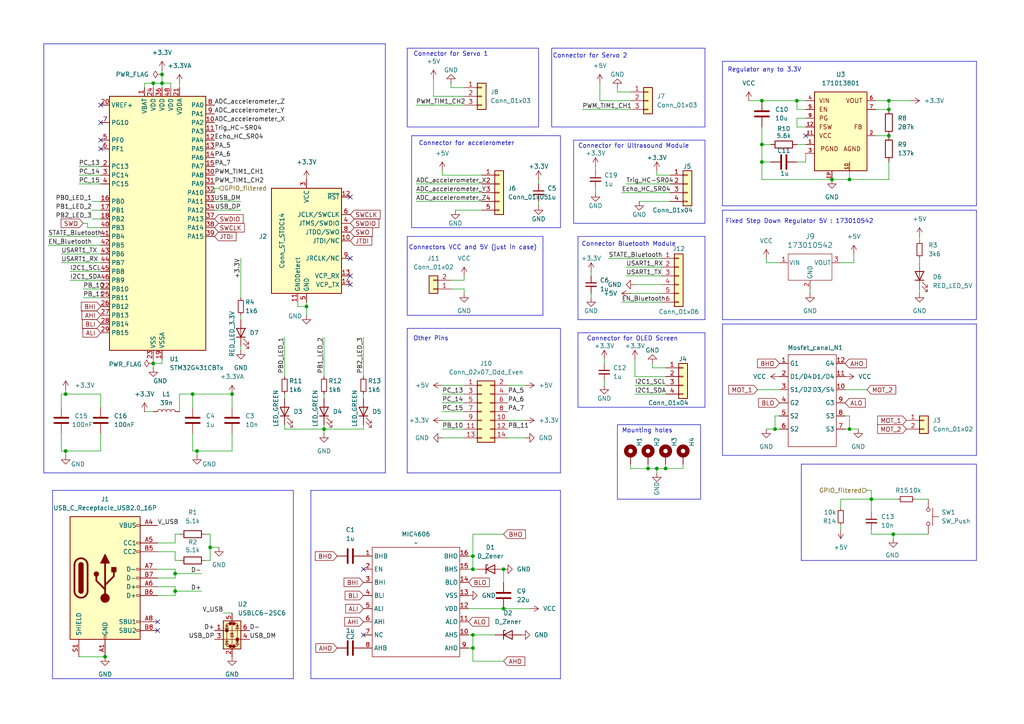
<source format=kicad_sch>
(kicad_sch (version 20231120) (generator "eeschema") (generator_version "8.0")
  (paper "A4")
  (junction (at 46.99 24.13))
  (junction (at 19.05 130.81))
  (junction (at 146.05 176.53))
  (junction (at 57.15 130.81))
  (junction (at 246.38 52.07))
  (junction (at 60.96 158.75))
  (junction (at 252.73 144.78))
  (junction (at 50.8 171.45))
  (junction (at 257.81 29.21))
  (junction (at 30.48 190.5))
  (junction (at 193.04 135.89))
  (junction (at 220.98 41.91))
  (junction (at 137.16 187.96))
  (junction (at 220.98 29.21))
  (junction (at 246.38 124.46))
  (junction (at 220.98 46.99))
  (junction (at 146.05 165.1))
  (junction (at 46.99 21.59))
  (junction (at 241.3 52.07))
  (junction (at 187.96 135.89))
  (junction (at 257.81 39.37))
  (junction (at 190.5 135.89))
  (junction (at 137.16 161.29))
  (junction (at 231.14 29.21))
  (junction (at 259.08 154.94))
  (junction (at 19.05 114.3))
  (junction (at 44.45 24.13))
  (junction (at 44.45 105.41))
  (junction (at 93.98 124.46))
  (junction (at 55.88 114.3))
  (junction (at 137.16 184.15))
  (junction (at 67.31 114.3))
  (junction (at 224.79 124.46))
  (junction (at 50.8 166.37))
  (junction (at 257.81 31.75))
  (junction (at 137.16 165.1))
  (junction (at 88.9 88.9))
  (no_connect (at 101.6 82.55))
  (no_connect (at 101.6 57.15))
  (no_connect (at 29.21 43.18))
  (no_connect (at 29.21 30.48))
  (no_connect (at 29.21 35.56))
  (no_connect (at 105.41 165.1))
  (no_connect (at 45.72 180.34))
  (no_connect (at 233.68 39.37))
  (no_connect (at 45.72 182.88))
  (no_connect (at 105.41 184.15))
  (no_connect (at 101.6 74.93))
  (no_connect (at 101.6 80.01))
  (no_connect (at 29.21 40.64))
  (wire (pts (xy 128.27 116.84) (xy 134.62 116.84)))
  (wire (pts (xy 251.46 142.24) (xy 252.73 142.24)))
  (wire (pts (xy 24.13 83.82) (xy 29.21 83.82)))
  (wire (pts (xy 93.98 114.3) (xy 93.98 115.57)))
  (polyline (pts (xy 118.11 127) (xy 118.11 137.16)))
  (wire (pts (xy 246.38 49.53) (xy 246.38 52.07)))
  (wire (pts (xy 69.85 100.33) (xy 69.85 101.6)))
  (wire (pts (xy 234.95 83.82) (xy 234.95 85.09)))
  (polyline (pts (xy 162.56 137.16) (xy 162.56 95.25)))
  (wire (pts (xy 59.69 154.94) (xy 60.96 154.94)))
  (wire (pts (xy 50.8 171.45) (xy 50.8 172.72)))
  (wire (pts (xy 247.65 73.66) (xy 247.65 76.2)))
  (wire (pts (xy 184.15 111.76) (xy 193.04 111.76)))
  (wire (pts (xy 233.68 36.83) (xy 231.14 36.83)))
  (polyline (pts (xy 167.64 68.58) (xy 167.64 91.44)))
  (polyline (pts (xy 283.21 134.62) (xy 283.21 162.56)))
  (polyline (pts (xy 12.7 137.16) (xy 111.76 137.16)))
  (wire (pts (xy 25.4 64.77) (xy 25.4 66.04)))
  (wire (pts (xy 17.78 76.2) (xy 29.21 76.2)))
  (wire (pts (xy 50.8 171.45) (xy 58.42 171.45)))
  (polyline (pts (xy 167.64 92.71) (xy 167.64 91.44)))
  (wire (pts (xy 222.25 124.46) (xy 224.79 124.46)))
  (wire (pts (xy 57.15 130.81) (xy 67.31 130.81)))
  (polyline (pts (xy 90.17 142.24) (xy 143.51 142.24)))
  (wire (pts (xy 243.84 153.67) (xy 243.84 152.4)))
  (wire (pts (xy 130.81 83.82) (xy 134.62 83.82)))
  (polyline (pts (xy 85.09 196.85) (xy 15.24 196.85)))
  (wire (pts (xy 182.88 134.62) (xy 182.88 135.89)))
  (polyline (pts (xy 283.21 17.78) (xy 283.21 59.69)))
  (polyline (pts (xy 204.47 90.17) (xy 204.47 92.71)))
  (wire (pts (xy 44.45 24.13) (xy 44.45 25.4)))
  (wire (pts (xy 224.79 124.46) (xy 226.06 124.46)))
  (wire (pts (xy 19.05 130.81) (xy 19.05 132.08)))
  (polyline (pts (xy 167.64 118.11) (xy 167.64 96.52)))
  (wire (pts (xy 52.07 114.3) (xy 55.88 114.3)))
  (polyline (pts (xy 15.24 196.85) (xy 15.24 142.24)))
  (wire (pts (xy 264.16 29.21) (xy 257.81 29.21)))
  (wire (pts (xy 231.14 46.99) (xy 233.68 46.99)))
  (wire (pts (xy 120.65 30.48) (xy 134.62 30.48)))
  (wire (pts (xy 55.88 130.81) (xy 57.15 130.81)))
  (wire (pts (xy 233.68 46.99) (xy 233.68 44.45)))
  (wire (pts (xy 62.23 60.96) (xy 69.85 60.96)))
  (polyline (pts (xy 204.47 96.52) (xy 204.47 118.11)))
  (wire (pts (xy 13.97 71.12) (xy 29.21 71.12)))
  (wire (pts (xy 265.43 144.78) (xy 269.24 144.78)))
  (wire (pts (xy 138.43 165.1) (xy 137.16 165.1)))
  (wire (pts (xy 190.5 49.53) (xy 190.5 50.8)))
  (wire (pts (xy 254 39.37) (xy 257.81 39.37)))
  (polyline (pts (xy 168.91 96.52) (xy 204.47 96.52)))
  (wire (pts (xy 266.7 68.58) (xy 266.7 69.85)))
  (wire (pts (xy 130.81 24.13) (xy 130.81 25.4)))
  (wire (pts (xy 189.23 105.41) (xy 189.23 106.68)))
  (wire (pts (xy 60.96 158.75) (xy 60.96 162.56)))
  (wire (pts (xy 64.77 177.8) (xy 67.31 177.8)))
  (wire (pts (xy 176.53 74.93) (xy 191.77 74.93)))
  (wire (pts (xy 69.85 74.93) (xy 69.85 86.36)))
  (wire (pts (xy 220.98 46.99) (xy 220.98 52.07)))
  (wire (pts (xy 17.78 130.81) (xy 19.05 130.81)))
  (wire (pts (xy 220.98 41.91) (xy 220.98 46.99)))
  (wire (pts (xy 254 31.75) (xy 257.81 31.75)))
  (wire (pts (xy 173.99 24.13) (xy 173.99 29.21)))
  (wire (pts (xy 134.62 83.82) (xy 134.62 85.09)))
  (wire (pts (xy 50.8 154.94) (xy 52.07 154.94)))
  (wire (pts (xy 125.73 27.94) (xy 134.62 27.94)))
  (wire (pts (xy 55.88 114.3) (xy 67.31 114.3)))
  (wire (pts (xy 243.84 147.32) (xy 243.84 144.78)))
  (wire (pts (xy 45.72 157.48) (xy 50.8 157.48)))
  (wire (pts (xy 88.9 91.44) (xy 88.9 88.9)))
  (polyline (pts (xy 119.38 39.37) (xy 119.38 66.04)))
  (wire (pts (xy 259.08 154.94) (xy 259.08 156.21)))
  (polyline (pts (xy 119.38 39.37) (xy 119.38 39.37)))
  (wire (pts (xy 135.89 184.15) (xy 137.16 184.15)))
  (wire (pts (xy 19.05 130.81) (xy 29.21 130.81)))
  (wire (pts (xy 220.98 41.91) (xy 223.52 41.91)))
  (wire (pts (xy 137.16 187.96) (xy 135.89 187.96)))
  (wire (pts (xy 128.27 114.3) (xy 134.62 114.3)))
  (wire (pts (xy 125.73 22.86) (xy 125.73 27.94)))
  (polyline (pts (xy 90.17 196.85) (xy 90.17 142.24)))
  (polyline (pts (xy 162.56 39.37) (xy 162.56 66.04)))
  (polyline (pts (xy 232.41 134.62) (xy 283.21 134.62)))
  (wire (pts (xy 171.45 85.09) (xy 171.45 86.36)))
  (wire (pts (xy 175.26 110.49) (xy 175.26 111.76)))
  (wire (pts (xy 132.08 60.96) (xy 139.7 60.96)))
  (wire (pts (xy 26.67 63.5) (xy 29.21 63.5)))
  (wire (pts (xy 128.27 119.38) (xy 134.62 119.38)))
  (polyline (pts (xy 162.56 95.25) (xy 160.02 95.25)))
  (polyline (pts (xy 283.21 93.98) (xy 283.21 96.52)))
  (wire (pts (xy 180.34 87.63) (xy 191.77 87.63)))
  (wire (pts (xy 120.65 58.42) (xy 139.7 58.42)))
  (polyline (pts (xy 204.47 118.11) (xy 167.64 118.11)))
  (wire (pts (xy 46.99 21.59) (xy 46.99 24.13)))
  (wire (pts (xy 49.53 25.4) (xy 49.53 24.13)))
  (polyline (pts (xy 204.47 68.58) (xy 204.47 90.17)))
  (wire (pts (xy 168.91 31.75) (xy 182.88 31.75)))
  (polyline (pts (xy 119.38 39.37) (xy 162.56 39.37)))
  (wire (pts (xy 60.96 154.94) (xy 60.96 158.75)))
  (wire (pts (xy 29.21 118.11) (xy 29.21 114.3)))
  (polyline (pts (xy 245.11 93.98) (xy 283.21 93.98)))
  (wire (pts (xy 220.98 36.83) (xy 220.98 41.91)))
  (wire (pts (xy 257.81 31.75) (xy 257.81 29.21)))
  (wire (pts (xy 181.61 53.34) (xy 194.31 53.34)))
  (wire (pts (xy 46.99 20.32) (xy 46.99 21.59)))
  (wire (pts (xy 67.31 118.11) (xy 67.31 114.3)))
  (polyline (pts (xy 162.56 142.24) (xy 162.56 196.85)))
  (wire (pts (xy 182.88 85.09) (xy 191.77 85.09)))
  (polyline (pts (xy 209.55 96.52) (xy 209.55 132.08)))
  (wire (pts (xy 231.14 41.91) (xy 233.68 41.91)))
  (wire (pts (xy 88.9 88.9) (xy 86.36 88.9)))
  (wire (pts (xy 46.99 24.13) (xy 49.53 24.13)))
  (wire (pts (xy 257.81 52.07) (xy 246.38 52.07)))
  (wire (pts (xy 17.78 118.11) (xy 17.78 114.3)))
  (polyline (pts (xy 283.21 96.52) (xy 283.21 132.08)))
  (wire (pts (xy 22.86 190.5) (xy 30.48 190.5)))
  (polyline (pts (xy 167.64 68.58) (xy 204.47 68.58)))
  (wire (pts (xy 245.11 113.03) (xy 251.46 113.03)))
  (wire (pts (xy 22.86 53.34) (xy 29.21 53.34)))
  (wire (pts (xy 105.41 123.19) (xy 105.41 124.46)))
  (polyline (pts (xy 209.55 17.78) (xy 283.21 17.78)))
  (wire (pts (xy 259.08 154.94) (xy 269.24 154.94)))
  (wire (pts (xy 88.9 87.63) (xy 88.9 88.9)))
  (wire (pts (xy 219.71 113.03) (xy 226.06 113.03)))
  (polyline (pts (xy 167.64 96.52) (xy 170.18 96.52)))
  (wire (pts (xy 93.98 97.79) (xy 93.98 109.22)))
  (wire (pts (xy 137.16 161.29) (xy 137.16 165.1)))
  (wire (pts (xy 222.25 76.2) (xy 226.06 76.2)))
  (wire (pts (xy 13.97 68.58) (xy 29.21 68.58)))
  (wire (pts (xy 62.23 54.61) (xy 63.5 54.61)))
  (wire (pts (xy 130.81 25.4) (xy 134.62 25.4)))
  (wire (pts (xy 184.15 109.22) (xy 193.04 109.22)))
  (polyline (pts (xy 283.21 92.71) (xy 209.55 92.71)))
  (polyline (pts (xy 283.21 132.08) (xy 283.21 132.08)))
  (wire (pts (xy 128.27 111.76) (xy 134.62 111.76)))
  (wire (pts (xy 184.15 114.3) (xy 193.04 114.3)))
  (wire (pts (xy 135.89 176.53) (xy 146.05 176.53)))
  (wire (pts (xy 231.14 34.29) (xy 233.68 34.29)))
  (wire (pts (xy 46.99 104.14) (xy 46.99 105.41)))
  (wire (pts (xy 220.98 52.07) (xy 241.3 52.07)))
  (wire (pts (xy 220.98 46.99) (xy 223.52 46.99)))
  (wire (pts (xy 67.31 125.73) (xy 67.31 130.81)))
  (wire (pts (xy 246.38 124.46) (xy 248.92 124.46)))
  (wire (pts (xy 137.16 154.94) (xy 137.16 161.29)))
  (wire (pts (xy 20.32 81.28) (xy 29.21 81.28)))
  (wire (pts (xy 29.21 125.73) (xy 29.21 130.81)))
  (polyline (pts (xy 118.11 127) (xy 118.11 95.25)))
  (wire (pts (xy 44.45 106.68) (xy 44.45 105.41)))
  (wire (pts (xy 105.41 114.3) (xy 105.41 115.57)))
  (wire (pts (xy 246.38 52.07) (xy 241.3 52.07)))
  (wire (pts (xy 137.16 161.29) (xy 135.89 161.29)))
  (wire (pts (xy 24.13 64.77) (xy 25.4 64.77)))
  (wire (pts (xy 93.98 124.46) (xy 93.98 125.73)))
  (wire (pts (xy 222.25 74.93) (xy 222.25 76.2)))
  (polyline (pts (xy 118.11 95.25) (xy 160.02 95.25)))
  (wire (pts (xy 187.96 135.89) (xy 190.5 135.89)))
  (wire (pts (xy 187.96 134.62) (xy 187.96 135.89)))
  (wire (pts (xy 45.72 170.18) (xy 50.8 170.18)))
  (wire (pts (xy 247.65 76.2) (xy 243.84 76.2)))
  (wire (pts (xy 189.23 106.68) (xy 193.04 106.68)))
  (wire (pts (xy 59.69 162.56) (xy 60.96 162.56)))
  (wire (pts (xy 50.8 166.37) (xy 50.8 167.64)))
  (polyline (pts (xy 12.7 137.16) (xy 12.7 12.7)))
  (wire (pts (xy 82.55 97.79) (xy 82.55 109.22)))
  (wire (pts (xy 245.11 120.65) (xy 246.38 120.65)))
  (wire (pts (xy 41.91 24.13) (xy 44.45 24.13)))
  (wire (pts (xy 152.4 121.92) (xy 147.32 121.92)))
  (wire (pts (xy 29.21 60.96) (xy 26.67 60.96)))
  (wire (pts (xy 24.13 86.36) (xy 29.21 86.36)))
  (wire (pts (xy 173.99 29.21) (xy 182.88 29.21)))
  (wire (pts (xy 266.7 74.93) (xy 266.7 76.2)))
  (wire (pts (xy 152.4 127) (xy 147.32 127)))
  (wire (pts (xy 50.8 170.18) (xy 50.8 171.45)))
  (wire (pts (xy 128.27 124.46) (xy 134.62 124.46)))
  (wire (pts (xy 146.05 191.77) (xy 137.16 191.77)))
  (wire (pts (xy 52.07 24.13) (xy 52.07 25.4)))
  (wire (pts (xy 231.14 36.83) (xy 231.14 34.29)))
  (wire (pts (xy 17.78 73.66) (xy 29.21 73.66)))
  (wire (pts (xy 19.05 114.3) (xy 29.21 114.3)))
  (polyline (pts (xy 283.21 59.69) (xy 209.55 59.69)))
  (polyline (pts (xy 118.11 68.58) (xy 157.48 68.58)))
  (wire (pts (xy 128.27 121.92) (xy 134.62 121.92)))
  (wire (pts (xy 134.62 81.28) (xy 130.81 81.28)))
  (wire (pts (xy 82.55 114.3) (xy 82.55 115.57)))
  (wire (pts (xy 184.15 104.14) (xy 184.15 109.22)))
  (wire (pts (xy 171.45 78.74) (xy 171.45 80.01)))
  (polyline (pts (xy 162.56 196.85) (xy 90.17 196.85)))
  (wire (pts (xy 172.72 54.61) (xy 172.72 55.88)))
  (wire (pts (xy 137.16 191.77) (xy 137.16 187.96)))
  (wire (pts (xy 20.32 78.74) (xy 29.21 78.74)))
  (wire (pts (xy 243.84 144.78) (xy 252.73 144.78)))
  (wire (pts (xy 55.88 118.11) (xy 55.88 114.3)))
  (wire (pts (xy 41.91 119.38) (xy 44.45 119.38)))
  (polyline (pts (xy 209.55 93.98) (xy 209.55 96.52)))
  (wire (pts (xy 19.05 114.3) (xy 19.05 113.03)))
  (wire (pts (xy 180.34 55.88) (xy 194.31 55.88)))
  (wire (pts (xy 185.42 58.42) (xy 194.31 58.42)))
  (wire (pts (xy 45.72 165.1) (xy 50.8 165.1)))
  (wire (pts (xy 252.73 148.59) (xy 252.73 144.78)))
  (wire (pts (xy 231.14 29.21) (xy 231.14 31.75)))
  (polyline (pts (xy 85.09 142.24) (xy 85.09 196.85)))
  (wire (pts (xy 257.81 46.99) (xy 257.81 52.07)))
  (wire (pts (xy 17.78 114.3) (xy 19.05 114.3)))
  (wire (pts (xy 62.23 58.42) (xy 69.85 58.42)))
  (polyline (pts (xy 232.41 134.62) (xy 232.41 162.56)))
  (polyline (pts (xy 111.76 12.7) (xy 111.76 137.16)))
  (wire (pts (xy 44.45 104.14) (xy 44.45 105.41)))
  (wire (pts (xy 62.23 54.61) (xy 62.23 55.88)))
  (wire (pts (xy 146.05 165.1) (xy 146.05 168.91)))
  (wire (pts (xy 69.85 91.44) (xy 69.85 92.71)))
  (polyline (pts (xy 283.21 60.96) (xy 283.21 92.71)))
  (wire (pts (xy 128.27 127) (xy 134.62 127)))
  (polyline (pts (xy 283.21 162.56) (xy 232.41 162.56)))
  (wire (pts (xy 46.99 24.13) (xy 46.99 25.4)))
  (wire (pts (xy 259.08 154.94) (xy 252.73 154.94)))
  (polyline (pts (xy 209.55 60.96) (xy 283.21 60.96)))
  (wire (pts (xy 181.61 80.01) (xy 191.77 80.01)))
  (wire (pts (xy 156.21 52.07) (xy 156.21 53.34)))
  (wire (pts (xy 45.72 160.02) (xy 50.8 160.02)))
  (wire (pts (xy 137.16 184.15) (xy 137.16 187.96)))
  (wire (pts (xy 82.55 124.46) (xy 93.98 124.46)))
  (wire (pts (xy 137.16 165.1) (xy 135.89 165.1)))
  (wire (pts (xy 246.38 120.65) (xy 246.38 124.46)))
  (wire (pts (xy 224.79 120.65) (xy 224.79 124.46)))
  (wire (pts (xy 181.61 77.47) (xy 191.77 77.47)))
  (wire (pts (xy 220.98 29.21) (xy 231.14 29.21)))
  (polyline (pts (xy 118.11 68.58) (xy 118.11 91.44)))
  (wire (pts (xy 184.15 82.55) (xy 191.77 82.55)))
  (wire (pts (xy 50.8 167.64) (xy 45.72 167.64)))
  (wire (pts (xy 156.21 58.42) (xy 156.21 59.69)))
  (wire (pts (xy 128.27 50.8) (xy 139.7 50.8)))
  (wire (pts (xy 190.5 135.89) (xy 190.5 137.16)))
  (wire (pts (xy 52.07 119.38) (xy 52.07 114.3)))
  (wire (pts (xy 50.8 160.02) (xy 50.8 162.56)))
  (polyline (pts (xy 162.56 66.04) (xy 119.38 66.04)))
  (wire (pts (xy 198.12 135.89) (xy 193.04 135.89)))
  (wire (pts (xy 146.05 176.53) (xy 153.67 176.53)))
  (wire (pts (xy 50.8 157.48) (xy 50.8 154.94)))
  (polyline (pts (xy 157.48 68.58) (xy 157.48 91.44)))
  (wire (pts (xy 172.72 48.26) (xy 172.72 49.53)))
  (wire (pts (xy 252.73 142.24) (xy 252.73 144.78)))
  (wire (pts (xy 120.65 53.34) (xy 139.7 53.34)))
  (wire (pts (xy 175.26 104.14) (xy 175.26 105.41)))
  (wire (pts (xy 29.21 58.42) (xy 26.67 58.42)))
  (polyline (pts (xy 12.7 12.7) (xy 111.76 12.7)))
  (wire (pts (xy 245.11 124.46) (xy 246.38 124.46)))
  (wire (pts (xy 146.05 154.94) (xy 137.16 154.94)))
  (wire (pts (xy 17.78 125.73) (xy 17.78 130.81)))
  (wire (pts (xy 82.55 123.19) (xy 82.55 124.46)))
  (wire (pts (xy 120.65 55.88) (xy 139.7 55.88)))
  (wire (pts (xy 190.5 135.89) (xy 193.04 135.89)))
  (polyline (pts (xy 245.11 93.98) (xy 209.55 93.98)))
  (wire (pts (xy 50.8 165.1) (xy 50.8 166.37)))
  (polyline (pts (xy 143.51 142.24) (xy 162.56 142.24)))
  (polyline (pts (xy 209.55 17.78) (xy 209.55 59.69)))
  (wire (pts (xy 182.88 135.89) (xy 187.96 135.89)))
  (wire (pts (xy 105.41 97.79) (xy 105.41 109.22)))
  (wire (pts (xy 252.73 154.94) (xy 252.73 153.67)))
  (polyline (pts (xy 118.11 137.16) (xy 162.56 137.16)))
  (wire (pts (xy 60.96 158.75) (xy 63.5 158.75)))
  (wire (pts (xy 55.88 125.73) (xy 55.88 130.81)))
  (wire (pts (xy 22.86 48.26) (xy 29.21 48.26)))
  (wire (pts (xy 50.8 172.72) (xy 45.72 172.72)))
  (wire (pts (xy 128.27 49.53) (xy 128.27 50.8)))
  (wire (pts (xy 93.98 123.19) (xy 93.98 124.46)))
  (wire (pts (xy 57.15 130.81) (xy 57.15 132.08)))
  (wire (pts (xy 190.5 50.8) (xy 194.31 50.8)))
  (polyline (pts (xy 204.47 92.71) (xy 167.64 92.71)))
  (wire (pts (xy 50.8 162.56) (xy 52.07 162.56)))
  (wire (pts (xy 266.7 85.09) (xy 266.7 83.82)))
  (wire (pts (xy 231.14 29.21) (xy 233.68 29.21)))
  (wire (pts (xy 93.98 124.46) (xy 105.41 124.46)))
  (wire (pts (xy 44.45 24.13) (xy 46.99 24.13)))
  (wire (pts (xy 44.45 105.41) (xy 46.99 105.41)))
  (wire (pts (xy 152.4 111.76) (xy 147.32 111.76)))
  (wire (pts (xy 50.8 166.37) (xy 58.42 166.37)))
  (wire (pts (xy 22.86 50.8) (xy 29.21 50.8)))
  (wire (pts (xy 179.07 26.67) (xy 182.88 26.67)))
  (wire (pts (xy 179.07 25.4) (xy 179.07 26.67)))
  (wire (pts (xy 198.12 135.89) (xy 198.12 134.62)))
  (polyline (pts (xy 209.55 132.08) (xy 283.21 132.08)))
  (wire (pts (xy 143.51 184.15) (xy 137.16 184.15)))
  (wire (pts (xy 25.4 66.04) (xy 29.21 66.04)))
  (wire (pts (xy 217.17 29.21) (xy 220.98 29.21)))
  (wire (pts (xy 257.81 29.21) (xy 254 29.21)))
  (wire (pts (xy 226.06 120.65) (xy 224.79 120.65)))
  (polyline (pts (xy 15.24 142.24) (xy 85.09 142.24)))
  (polyline (pts (xy 157.48 91.44) (xy 118.11 91.44)))
  (wire (pts (xy 231.14 31.75) (xy 233.68 31.75)))
  (polyline (pts (xy 209.55 60.96) (xy 209.55 92.71)))
  (wire (pts (xy 252.73 144.78) (xy 260.35 144.78)))
  (wire (pts (xy 41.91 24.13) (xy 41.91 25.4)))
  (wire (pts (xy 193.04 134.62) (xy 193.04 135.89)))
  (wire (pts (xy 134.62 80.01) (xy 134.62 81.28)))
  (wire (pts (xy 86.36 88.9) (xy 86.36 87.63)))
  (rectangle (start 179.07 123.19) (end 203.2 144.78))
  (rectangle (start 160.02 13.97) (end 204.47 36.83))
  (rectangle (start 166.37 40.64) (end 204.47 64.77))
  (rectangle (start 118.11 13.97) (end 156.21 36.83))
  (text "Fixed Step Down Regulator 5V : 173010542" (at 231.902 64.262 0) (effects (font (size 1.27 1.27))))
  (text "Regulator any to 3.3V" (at 221.742 20.32 0) (effects (font (size 1.27 1.27))))
  (text "Mounting holes" (at 180.34 125.73 0) (effects (font (size 1.27 1.27)) (justify left bottom)))
  (text "Connector for OLED Screen" (at 170.18 99.06 0) (effects (font (size 1.27 1.27)) (justify left bottom)))
  (text "Other Pins\n\n" (at 124.968 99.314 0) (effects (font (size 1.27 1.27))))
  (text "Connector Bluetooth Module" (at 168.656 71.628 0) (effects (font (size 1.27 1.27)) (justify left bottom)))
  (text "Connector for Servo 2\n" (at 160.274 17.018 0) (effects (font (size 1.27 1.27)) (justify left bottom)))
  (text "Connectors VCC and 5V (just in case)" (at 137.16 71.882 0) (effects (font (size 1.27 1.27))))
  (text "Connector for Ultrasound Module" (at 167.64 43.18 0) (effects (font (size 1.27 1.27)) (justify left bottom)))
  (text "Connector for Servo 1\n" (at 119.888 16.51 0) (effects (font (size 1.27 1.27)) (justify left bottom)))
  (text "Connector for accelerometer\n\n" (at 121.412 44.45 0) (effects (font (size 1.27 1.27)) (justify left bottom)))
  (label "PB_10" (at 128.27 124.46 0))
  (label "PB0_LED_1" (at 82.55 97.79 270))
  (label "EN_Bluetooth" (at 180.34 87.63 0))
  (label "PA_5" (at 62.23 43.18 0))
  (label "D+" (at 62.23 182.88 180))
  (label "Trig_HC-SR04" (at 181.61 53.34 0))
  (label "I2C1_SDA" (at 184.15 114.3 0))
  (label "PA_7" (at 62.23 48.26 0))
  (label "STATE_Bluetooth" (at 176.53 74.93 0))
  (label "PC_15" (at 22.86 53.34 0))
  (label "USB_DP" (at 62.23 185.42 180))
  (label "PC_13" (at 128.27 114.3 0))
  (label "PB2_LED_3" (at 105.41 97.79 270))
  (label "D-" (at 72.39 182.88 0))
  (label "Trig_HC-SR04" (at 62.23 38.1 0))
  (label "PC_15" (at 128.27 119.38 0))
  (label "PC_14" (at 22.86 50.8 0))
  (label "Echo_HC_SR04" (at 180.34 55.88 0))
  (label "USART1_RX" (at 17.78 76.2 0))
  (label "USART1_TX" (at 181.61 80.01 0))
  (label "PA_6" (at 147.32 116.84 0))
  (label "I2C1_SCL" (at 20.32 78.74 0))
  (label "PWM_TIM1_CH2" (at 120.65 30.48 0))
  (label "PA_6" (at 62.23 45.72 0))
  (label "ADC_accelerometer_Y" (at 120.65 55.88 0))
  (label "D+" (at 58.42 171.45 180))
  (label "PC_13" (at 22.86 48.26 0))
  (label "ADC_accelerometer_Z" (at 120.65 58.42 0))
  (label "D-" (at 58.42 166.37 180))
  (label "USB_DM" (at 69.85 58.42 180))
  (label "ADC_accelerometer_Y" (at 62.23 33.02 0))
  (label "ADC_accelerometer_X" (at 120.65 53.34 0))
  (label "V_USB" (at 64.77 177.8 180))
  (label "EN_Bluetooth" (at 13.97 71.12 0))
  (label "PWM_TIM1_CH1" (at 168.91 31.75 0))
  (label "PB_11" (at 147.32 124.46 0))
  (label "PB_11" (at 24.13 86.36 0))
  (label "PB1_LED_2" (at 93.98 97.79 270))
  (label "PWM_TIM1_CH2" (at 62.23 53.34 0))
  (label "PWM_TIM1_CH1" (at 62.23 50.8 0))
  (label "STATE_Bluetooth" (at 13.97 68.58 0))
  (label "PB_10" (at 24.13 83.82 0))
  (label "V_USB" (at 45.72 152.4 0))
  (label "PA_7" (at 147.32 119.38 0))
  (label "I2C1_SCL" (at 184.15 111.76 0))
  (label "USB_DM" (at 72.39 185.42 0))
  (label "I2C1_SDA" (at 20.32 81.28 0))
  (label "+3.3V" (at 69.85 74.93 270))
  (label "ADC_accelerometer_Z" (at 62.23 30.48 0))
  (label "USART1_TX" (at 17.78 73.66 0))
  (label "PB0_LED_1" (at 26.67 58.42 180))
  (label "PA_5" (at 147.32 114.3 0))
  (label "USART1_RX" (at 181.61 77.47 0))
  (label "PC_14" (at 128.27 116.84 0))
  (label "ADC_accelerometer_X" (at 62.23 35.56 0))
  (label "USB_DP" (at 69.85 60.96 180))
  (label "PB2_LED_3" (at 26.67 63.5 180))
  (label "PB1_LED_2" (at 26.67 60.96 180))
  (label "Echo_HC_SR04" (at 62.23 40.64 0))
  (global_label "BLO" (shape input) (at 226.06 116.84 180) (property "Intersheetrefs" "${INTERSHEET_REFS}" (effects (hide yes))))
  (global_label "BHO" (shape input) (at 97.79 161.29 180) (property "Intersheetrefs" "${INTERSHEET_REFS}" (effects (hide yes))))
  (global_label "MOT_2" (shape input) (at 251.46 113.03 0) (property "Intersheetrefs" "${INTERSHEET_REFS}" (effects (hide yes))))
  (global_label "SWCLK" (shape input) (at 101.6 62.23 0) (property "Intersheetrefs" "${INTERSHEET_REFS}" (effects (hide yes))))
  (global_label "SWO" (shape input) (at 101.6 67.31 0) (property "Intersheetrefs" "${INTERSHEET_REFS}" (effects (hide yes))))
  (global_label "SWO" (shape input) (at 24.13 64.77 180) (property "Intersheetrefs" "${INTERSHEET_REFS}" (effects (hide yes))))
  (global_label "AHI" (shape input) (at 105.41 180.34 180) (property "Intersheetrefs" "${INTERSHEET_REFS}" (effects (hide yes))))
  (global_label "ALI" (shape input) (at 29.21 96.52 180) (property "Intersheetrefs" "${INTERSHEET_REFS}" (effects (hide yes))))
  (global_label "AHO" (shape input) (at 97.79 187.96 180) (property "Intersheetrefs" "${INTERSHEET_REFS}" (effects (hide yes))))
  (global_label "MOT_2" (shape input) (at 262.89 124.46 180) (property "Intersheetrefs" "${INTERSHEET_REFS}" (effects (hide yes))))
  (global_label "AHO" (shape input) (at 245.11 105.41 0) (property "Intersheetrefs" "${INTERSHEET_REFS}" (effects (hide yes))))
  (global_label "ALO" (shape input) (at 245.11 116.84 0) (property "Intersheetrefs" "${INTERSHEET_REFS}" (effects (hide yes))))
  (global_label "BLI" (shape input) (at 29.21 93.98 180) (property "Intersheetrefs" "${INTERSHEET_REFS}" (effects (hide yes))))
  (global_label "ALI" (shape input) (at 105.41 176.53 180) (property "Intersheetrefs" "${INTERSHEET_REFS}" (effects (hide yes))))
  (global_label "BLO" (shape input) (at 135.89 168.91 0) (property "Intersheetrefs" "${INTERSHEET_REFS}" (effects (hide yes))))
  (global_label "BHO" (shape input) (at 226.06 105.41 180) (property "Intersheetrefs" "${INTERSHEET_REFS}" (effects (hide yes))))
  (global_label "SWCLK" (shape input) (at 62.23 66.04 0) (property "Intersheetrefs" "${INTERSHEET_REFS}" (effects (hide yes))))
  (global_label "JTDI" (shape input) (at 101.6 69.85 0) (property "Intersheetrefs" "${INTERSHEET_REFS}" (effects (hide yes))))
  (global_label "AHI" (shape input) (at 29.21 91.44 180) (property "Intersheetrefs" "${INTERSHEET_REFS}" (effects (hide yes))))
  (global_label "AHO" (shape input) (at 146.05 191.77 0) (property "Intersheetrefs" "${INTERSHEET_REFS}" (effects (hide yes))))
  (global_label "BHO" (shape input) (at 146.05 154.94 0) (property "Intersheetrefs" "${INTERSHEET_REFS}" (effects (hide yes))))
  (global_label "MOT_1" (shape input) (at 219.71 113.03 180) (property "Intersheetrefs" "${INTERSHEET_REFS}" (effects (hide yes))))
  (global_label "BHI" (shape input) (at 29.21 88.9 180) (property "Intersheetrefs" "${INTERSHEET_REFS}" (effects (hide yes))))
  (global_label "BHI" (shape input) (at 105.41 168.91 180) (property "Intersheetrefs" "${INTERSHEET_REFS}" (effects (hide yes))))
  (global_label "MOT_1" (shape input) (at 262.89 121.92 180) (property "Intersheetrefs" "${INTERSHEET_REFS}" (effects (hide yes))))
  (global_label "BLI" (shape input) (at 105.41 172.72 180) (property "Intersheetrefs" "${INTERSHEET_REFS}" (effects (hide yes))))
  (global_label "SWDIO" (shape input) (at 101.6 64.77 0) (property "Intersheetrefs" "${INTERSHEET_REFS}" (effects (hide yes))))
  (global_label "ALO" (shape input) (at 135.89 180.34 0) (property "Intersheetrefs" "${INTERSHEET_REFS}" (effects (hide yes))))
  (global_label "SWDIO" (shape input) (at 62.23 63.5 0) (property "Intersheetrefs" "${INTERSHEET_REFS}" (effects (hide yes))))
  (global_label "JTDI" (shape input) (at 62.23 68.58 0) (property "Intersheetrefs" "${INTERSHEET_REFS}" (effects (hide yes))))
  (hierarchical_label "GPIO_filtered" (shape input) (at 63.5 54.61 0))
  (hierarchical_label "GPIO_filtered" (shape input) (at 251.46 142.24 180))
  (symbol (lib_id "Connector_Generic:Conn_01x05") (at 144.78 55.88 0) (unit 1)
    (property "Reference" "J6" (at 147.32 54.6099 0) (effects (justify left)))
    (property "Value" "Conn_01x05" (at 147.32 57.1499 0) (effects (justify left)))
    (property "Footprint" "Connector_JST:JST_XH_B5B-XH-A_1x05_P2.50mm_Vertical" (effects (hide yes)))
    (property "Description" "Generic connector, single row, 01x05, script generated (kicad-library-utils/schlib/autogen/connector/)" (effects (hide yes)))
  )
  (symbol (lib_id "power:GND") (at 172.72 55.88 0) (unit 1)
    (property "Reference" "#PWR030" (effects (hide yes)))
    (property "Value" "GND" (at 172.72 59.69 0))
  )
  (symbol (lib_id "Connector_Generic:Conn_01x04") (at 199.39 53.34 0) (unit 1)
    (property "Reference" "J5" (at 198.12 48.26 0) (effects (justify left)))
    (property "Value" "Conn_01x04" (at 189.23 60.96 0) (effects (justify left)))
    (property "Footprint" "Connector_JST:JST_XH_B4B-XH-A_1x04_P2.50mm_Vertical" (effects (hide yes)))
  )
  (symbol (lib_id "173010542_5V_Buck:173010542") (at 234.95 77.47 0) (unit 1)
    (property "Reference" "J9" (at 234.95 68.58 0) (effects (font (size 1.524 1.524))))
    (property "Value" "173010542" (at 234.95 71.12 0) (effects (font (size 1.524 1.524))))
    (property "Footprint" "Library_MAKER:173013542" (effects (hide yes)))
    (property "Datasheet" "https://www.we-online.com/components/products/datasheet/173010542.pdf" (effects (hide yes)))
    (property "MPN" "173010542" (effects (hide yes)))
  )
  (symbol (lib_id "power:+3.3V") (at 264.16 29.21 270) (unit 1)
    (property "Reference" "#PWR023" (effects (hide yes)))
    (property "Value" "+3.3V" (at 267.97 29.2099 90) (effects (justify left)))
    (property "Description" "Power symbol creates a global label with name \"+3.3V\"" (effects (hide yes)))
  )
  (symbol (lib_id "power:VCC") (at 245.11 109.22 270) (unit 1)
    (property "Reference" "#PWR049" (effects (hide yes)))
    (property "Value" "VCC" (at 248.92 109.2199 90) (effects (justify left)))
    (property "Description" "Power symbol creates a global label with name \"VCC\"" (effects (hide yes)))
  )
  (symbol (lib_id "power:GND") (at 184.15 82.55 270) (unit 1)
    (property "Reference" "#PWR051" (effects (hide yes)))
    (property "Value" "GND" (at 180.34 82.5499 90) (effects (justify right)))
    (property "Description" "Power symbol creates a global label with name \"GND\" , ground" (effects (hide yes)))
  )
  (symbol (lib_id "power:GND") (at 171.45 86.36 0) (unit 1)
    (property "Reference" "#PWR062" (effects (hide yes)))
    (property "Value" "GND" (at 171.45 90.17 0))
  )
  (symbol (lib_id "Device:C") (at 101.6 187.96 90) (unit 1)
    (property "Reference" "C2" (at 101.6 184.658 90))
    (property "Value" "1u" (at 101.6 182.88 90))
    (property "Footprint" "Capacitor_SMD:C_0402_1005Metric_Pad0.74x0.62mm_HandSolder" (effects (hide yes)))
    (property "Description" "Unpolarized capacitor" (effects (hide yes)))
  )
  (symbol (lib_id "Device:LED") (at 105.41 119.38 90) (unit 1)
    (property "Reference" "D5" (at 107.95 119.38 90) (effects (justify right)))
    (property "Value" "LED_GREEN" (at 102.87 113.03 0) (effects (justify right)))
    (property "Footprint" "LED_SMD:LED_0603_1608Metric_Pad1.05x0.95mm_HandSolder" (effects (hide yes)))
  )
  (symbol (lib_id "Device:C") (at 67.31 121.92 0) (unit 1)
    (property "Reference" "C3" (at 71.12 120.6499 0) (effects (justify left)))
    (property "Value" "10n" (at 71.12 123.1899 0) (effects (justify left)))
    (property "Footprint" "Capacitor_SMD:C_0603_1608Metric_Pad1.08x0.95mm_HandSolder" (effects (hide yes)))
  )
  (symbol (lib_id "power:PWR_FLAG") (at 44.45 105.41 90) (unit 1)
    (property "Reference" "#FLG01" (effects (hide yes)))
    (property "Value" "PWR_FLAG" (at 36.322 105.664 90))
    (property "Description" "Special symbol for telling ERC where power comes from" (effects (hide yes)))
  )
  (symbol (lib_id "power:VCC") (at 153.67 176.53 270) (unit 1)
    (property "Reference" "#PWR018" (effects (hide yes)))
    (property "Value" "VCC" (at 157.48 176.5299 90) (effects (justify left)))
    (property "Description" "Power symbol creates a global label with name \"VCC\"" (effects (hide yes)))
  )
  (symbol (lib_id "power:+3.3V") (at 128.27 121.92 90) (unit 1)
    (property "Reference" "#PWR042" (effects (hide yes)))
    (property "Value" "+3.3V" (at 124.46 121.9199 90) (effects (justify left)))
    (property "Description" "Power symbol creates a global label with name \"+3.3V\"" (effects (hide yes)))
  )
  (symbol (lib_id "Connector_Generic:Conn_01x06") (at 196.85 80.01 0) (unit 1)
    (property "Reference" "J12" (at 195.072 72.136 0) (effects (justify left)))
    (property "Value" "Conn_01x06" (at 191.008 90.424 0) (effects (justify left)))
    (property "Footprint" "Connector_JST:JST_XH_B6B-XH-A_1x06_P2.50mm_Vertical" (effects (hide yes)))
    (property "Description" "Generic connector, single row, 01x06, script generated (kicad-library-utils/schlib/autogen/connector/)" (effects (hide yes)))
  )
  (symbol (lib_id "Device:R_Small") (at 93.98 111.76 0) (unit 1)
    (property "Reference" "R12" (at 95.25 110.49 0) (effects (justify left)))
    (property "Value" "1k6" (at 95.25 113.03 0) (effects (justify left)))
    (property "Footprint" "Resistor_SMD:R_0402_1005Metric_Pad0.72x0.64mm_HandSolder" (effects (hide yes)))
  )
  (symbol (lib_id "Device:R") (at 257.81 35.56 0) (unit 1)
    (property "Reference" "R8" (at 260.35 34.2899 0) (effects (justify left)))
    (property "Value" "287k" (at 260.35 36.8299 0) (effects (justify left)))
    (property "Footprint" "Resistor_SMD:R_0402_1005Metric_Pad0.72x0.64mm_HandSolder" (effects (hide yes)))
    (property "Description" "Resistor" (effects (hide yes)))
  )
  (symbol (lib_id "Library:WPME-VDLM_LGA-12EP") (at 243.84 36.83 0) (unit 1)
    (property "Reference" "U3" (at 243.84 21.59 0))
    (property "Value" "171013801" (at 243.84 24.13 0))
    (property "Footprint" "Library_MAKER:171023801" (effects (hide yes)))
    (property "MF" "Wurth Elektronik" (effects (hide yes)))
    (property "Description_1" "LGA-12 / 3.5-38Vin / 0.85-13Vout / 1.0A / 10 x 6 x 3.1mm / PFM/PWM" (effects (hide yes)))
    (property "Package" "None" (effects (hide yes)))
    (property "Price" "None" (effects (hide yes)))
    (property "SnapEDA_Link" "https://www.snapeda.com/parts/171013801/Wurth+Electronics/view-part/?ref=snap" (effects (hide yes)))
    (property "MP" "171013801" (effects (hide yes)))
    (property "Availability" "In Stock" (effects (hide yes)))
    (property "Check_prices" "https://www.snapeda.com/parts/171013801/Wurth+Electronics/view-part/?ref=eda" (effects (hide yes)))
  )
  (symbol (lib_id "Device:L") (at 48.26 119.38 90) (unit 1)
    (property "Reference" "L1" (at 48.26 114.3 90))
    (property "Value" "39n" (at 48.26 116.84 90))
    (property "Footprint" "LED_SMD:LED_0805_2012Metric_Pad1.15x1.40mm_HandSolder" (effects (hide yes)))
    (property "Description" "Inductor" (effects (hide yes)))
  )
  (symbol (lib_id "power:+5V") (at 247.65 73.66 0) (unit 1)
    (property "Reference" "#PWR038" (effects (hide yes)))
    (property "Value" "+5V" (at 247.65 68.58 0))
  )
  (symbol (lib_id "power:GND") (at 69.85 101.6 0) (unit 1)
    (property "Reference" "#PWR047" (effects (hide yes)))
    (property "Value" "GND" (at 69.85 106.68 0))
  )
  (symbol (lib_id "power:GND") (at 190.5 137.16 0) (unit 1)
    (property "Reference" "#PWR029" (effects (hide yes)))
    (property "Value" "GND" (at 190.5 139.7 90) (effects (justify right)))
  )
  (symbol (lib_id "power:VCC") (at 226.06 109.22 90) (unit 1)
    (property "Reference" "#PWR048" (effects (hide yes)))
    (property "Value" "VCC" (at 222.25 109.2199 90) (effects (justify left)))
    (property "Description" "Power symbol creates a global label with name \"VCC\"" (effects (hide yes)))
  )
  (symbol (lib_id "power:+3.3V") (at 171.45 78.74 0) (unit 1)
    (property "Reference" "#PWR061" (effects (hide yes)))
    (property "Value" "+3.3V" (at 171.45 74.93 0))
  )
  (symbol (lib_id "power:GND") (at 259.08 156.21 0) (unit 1)
    (property "Reference" "#PWR028" (effects (hide yes)))
    (property "Value" "GND" (at 258.826 161.036 0))
  )
  (symbol (lib_id "power:+3.3V") (at 88.9 52.07 0) (unit 1)
    (property "Reference" "#PWR022" (effects (hide yes)))
    (property "Value" "+3.3V" (at 88.9 46.99 0))
    (property "Description" "Power symbol creates a global label with name \"+3.3V\"" (effects (hide yes)))
  )
  (symbol (lib_id "Device:R_Small") (at 82.55 111.76 0) (unit 1)
    (property "Reference" "R11" (at 83.82 110.49 0) (effects (justify left)))
    (property "Value" "1k6" (at 83.82 113.03 0) (effects (justify left)))
    (property "Footprint" "Resistor_SMD:R_0402_1005Metric_Pad0.72x0.64mm_HandSolder" (effects (hide yes)))
  )
  (symbol (lib_id "Connector:USB_C_Receptacle_USB2.0_16P") (at 30.48 167.64 0) (unit 1)
    (property "Reference" "J1" (at 30.48 144.78 0))
    (property "Value" "USB_C_Receptacle_USB2.0_16P" (at 30.48 147.32 0))
    (property "Footprint" "Connector_USB:USB_C_Receptacle_GCT_USB4110" (effects (hide yes)))
    (property "Datasheet" "https://www.usb.org/sites/default/files/documents/usb_type-c.zip" (effects (hide yes)))
    (property "Description" "USB 2.0-only 16P Type-C Receptacle connector" (effects (hide yes)))
  )
  (symbol (lib_id "power:GND") (at 19.05 132.08 0) (unit 1)
    (property "Reference" "#PWR032" (effects (hide yes)))
    (property "Value" "GND" (at 22.606 134.62 0))
  )
  (symbol (lib_id "MCU_ST_STM32G4:STM32G431CBTx") (at 44.45 66.04 0) (unit 1)
    (property "Reference" "U1" (at 49.1841 104.14 0) (effects (justify left)))
    (property "Value" "STM32G431CBTx" (at 49.1841 106.68 0) (effects (justify left)))
    (property "Footprint" "Package_QFP:LQFP-48_7x7mm_P0.5mm" (effects (hide yes)))
    (property "Datasheet" "https://www.st.com/resource/en/datasheet/stm32g431cb.pdf" (effects (hide yes)))
    (property "Description" "STMicroelectronics Arm Cortex-M4 MCU, 128KB flash, 32KB RAM, 170 MHz, 1.71-3.6V, 38 GPIO, LQFP48" (effects (hide yes)))
  )
  (symbol (lib_id "Mechanical:MountingHole_Pad") (at 198.12 132.08 0) (unit 1)
    (property "Reference" "H4" (at 200.66 129.54 90) (effects (justify left)))
    (property "Value" "MountingHole_Pad" (effects (hide yes)))
    (property "Footprint" "MountingHole:MountingHole_2.7mm_M2.5_DIN965_Pad" (effects (hide yes)))
  )
  (symbol (lib_id "power:GND") (at 63.5 158.75 0) (unit 1)
    (property "Reference" "#PWR03" (effects (hide yes)))
    (property "Value" "GND" (at 63.5 163.83 0))
    (property "Description" "Power symbol creates a global label with name \"GND\" , ground" (effects (hide yes)))
  )
  (symbol (lib_id "power:GND") (at 57.15 132.08 0) (unit 1)
    (property "Reference" "#PWR056" (effects (hide yes)))
    (property "Value" "GND" (at 60.706 134.62 0))
  )
  (symbol (lib_id "power:+3.3V") (at 41.91 119.38 0) (unit 1)
    (property "Reference" "#PWR055" (effects (hide yes)))
    (property "Value" "+3.3V" (at 41.91 114.3 0))
    (property "Description" "Power symbol creates a global label with name \"+3.3V\"" (effects (hide yes)))
  )
  (symbol (lib_id "Mechanical:MountingHole_Pad") (at 187.96 132.08 0) (unit 1)
    (property "Reference" "H2" (at 190.5 129.54 90) (effects (justify left)))
    (property "Value" "MountingHole_Pad" (effects (hide yes)))
    (property "Footprint" "MountingHole:MountingHole_2.7mm_M2.5_DIN965_Pad" (effects (hide yes)))
  )
  (symbol (lib_id "power:+5V") (at 182.88 85.09 90) (unit 1)
    (property "Reference" "#PWR052" (effects (hide yes)))
    (property "Value" "+5V" (at 179.07 85.0899 90) (effects (justify left)))
    (property "Description" "Power symbol creates a global label with name \"+5V\"" (effects (hide yes)))
  )
  (symbol (lib_id "Connector_Generic:Conn_01x02") (at 125.73 83.82 180) (unit 1)
    (property "Reference" "J11" (at 125.73 74.93 0))
    (property "Value" "Conn_01x02" (at 125.73 77.47 0))
    (property "Footprint" "Connector_AMASS:AMASS_XT60-F_1x02_P7.20mm_Vertical" (effects (hide yes)))
    (property "Description" "Generic connector, single row, 01x02, script generated (kicad-library-utils/schlib/autogen/connector/)" (effects (hide yes)))
  )
  (symbol (lib_id "power:+3.3VA") (at 67.31 114.3 0) (unit 1)
    (property "Reference" "#PWR057" (effects (hide yes)))
    (property "Value" "+3.3VA" (at 67.31 109.22 0))
    (property "Description" "Power symbol creates a global label with name \"+3.3VA\"" (effects (hide yes)))
  )
  (symbol (lib_id "power:+5V") (at 243.84 153.67 180) (unit 1)
    (property "Reference" "#PWR050" (effects (hide yes)))
    (property "Value" "+5V" (at 243.84 158.75 0))
    (property "Description" "Power symbol creates a global label with name \"+5V\"" (effects (hide yes)))
  )
  (symbol (lib_id "Connector_Generic:Conn_01x03") (at 139.7 27.94 0) (unit 1)
    (property "Reference" "J8" (at 142.24 26.6699 0) (effects (justify left)))
    (property "Value" "Conn_01x03" (at 142.24 29.2099 0) (effects (justify left)))
    (property "Footprint" "Connector_JST:JST_XH_B3B-XH-AM_1x03_P2.50mm_Vertical" (effects (hide yes)))
    (property "Description" "Generic connector, single row, 01x03, script generated (kicad-library-utils/schlib/autogen/connector/)" (effects (hide yes)))
  )
  (symbol (lib_id "Device:C_Small") (at 171.45 82.55 0) (unit 1)
    (property "Reference" "C6" (at 173.99 81.2863 0) (effects (justify left)))
    (property "Value" "1u" (at 173.99 83.8263 0) (effects (justify left)))
    (property "Footprint" "Capacitor_SMD:C_0402_1005Metric_Pad0.74x0.62mm_HandSolder" (effects (hide yes)))
  )
  (symbol (lib_id "power:+3.3V") (at 172.72 48.26 0) (unit 1)
    (property "Reference" "#PWR09" (effects (hide yes)))
    (property "Value" "+3.3V" (at 172.72 44.45 0))
  )
  (symbol (lib_id "Device:C") (at 101.6 161.29 90) (unit 1)
    (property "Reference" "C1" (at 101.6 153.67 90))
    (property "Value" "1u" (at 101.6 156.21 90))
    (property "Footprint" "Capacitor_SMD:C_0402_1005Metric_Pad0.74x0.62mm_HandSolder" (effects (hide yes)))
    (property "Description" "Unpolarized capacitor" (effects (hide yes)))
  )
  (symbol (lib_id "Library:MIC4606") (at 120.65 176.53 0) (unit 1)
    (property "Reference" "MIC4606" (at 120.65 154.94 0))
    (property "Value" "~" (at 120.65 157.48 0))
    (property "Footprint" "Library_MAKER:TSSOP16_TS_MCH_MIS" (effects (hide yes)))
  )
  (symbol (lib_id "Device:C_Small") (at 252.73 151.13 0) (unit 1)
    (property "Reference" "C13" (at 255.524 149.8663 0) (effects (justify left)))
    (property "Value" "10n" (at 255.524 152.4063 0) (effects (justify left)))
    (property "Footprint" "Capacitor_SMD:C_0402_1005Metric_Pad0.74x0.62mm_HandSolder" (effects (hide yes)))
  )
  (symbol (lib_id "power:GND") (at 146.05 165.1 90) (unit 1)
    (property "Reference" "#PWR012" (effects (hide yes)))
    (property "Value" "GND" (at 149.86 165.0999 90) (effects (justify right)))
    (property "Description" "Power symbol creates a global label with name \"GND\" , ground" (effects (hide yes)))
  )
  (symbol (lib_id "power:+3.3V") (at 46.99 20.32 0) (unit 1)
    (property "Reference" "#PWR04" (effects (hide yes)))
    (property "Value" "+3.3V" (at 46.99 15.24 0))
    (property "Description" "Power symbol creates a global label with name \"+3.3V\"" (effects (hide yes)))
  )
  (symbol (lib_id "Device:R_Small") (at 262.89 144.78 90) (unit 1)
    (property "Reference" "R15" (at 261.62 142.24 90))
    (property "Value" "10k" (at 265.43 142.24 90))
    (property "Footprint" "Resistor_SMD:R_0402_1005Metric_Pad0.72x0.64mm_HandSolder" (effects (hide yes)))
  )
  (symbol (lib_id "Device:R") (at 227.33 41.91 90) (unit 1)
    (property "Reference" "R10" (at 227.33 37.338 90))
    (property "Value" "5.6k" (at 227.33 39.37 90))
    (property "Footprint" "Resistor_SMD:R_0402_1005Metric_Pad0.72x0.64mm_HandSolder" (effects (hide yes)))
    (property "Description" "Resistor" (effects (hide yes)))
  )
  (symbol (lib_id "Switch:SW_Push") (at 269.24 149.86 270) (unit 1)
    (property "Reference" "SW1" (at 273.05 148.59 90) (effects (justify left)))
    (property "Value" "SW_Push" (at 273.05 151.13 90) (effects (justify left)))
    (property "Footprint" "Button_Switch_SMD:SW_Push_1P1T_NO_CK_KSC6xxJ" (effects (hide yes)))
  )
  (symbol (lib_id "Device:C_Small") (at 172.72 52.07 0) (unit 1)
    (property "Reference" "C19" (at 175.26 50.8063 0) (effects (justify left)))
    (property "Value" "1u" (at 175.26 53.3463 0) (effects (justify left)))
    (property "Footprint" "Capacitor_SMD:C_0402_1005Metric_Pad0.74x0.62mm_HandSolder" (effects (hide yes)))
  )
  (symbol (lib_id "power:VCC") (at 134.62 80.01 0) (unit 1)
    (property "Reference" "#PWR045" (effects (hide yes)))
    (property "Value" "VCC" (at 134.62 74.93 0))
    (property "Description" "Power symbol creates a global label with name \"VCC\"" (effects (hide yes)))
  )
  (symbol (lib_id "power:+5V") (at 266.7 68.58 0) (unit 1)
    (property "Reference" "#PWR039" (effects (hide yes)))
    (property "Value" "+5V" (at 266.7 63.5 0))
  )
  (symbol (lib_id "power:GND") (at 134.62 85.09 0) (unit 1)
    (property "Reference" "#PWR046" (effects (hide yes)))
    (property "Value" "GND" (at 134.62 90.17 0))
    (property "Description" "Power symbol creates a global label with name \"GND\" , ground" (effects (hide yes)))
  )
  (symbol (lib_id "power:GND") (at 156.21 59.69 0) (unit 1)
    (property "Reference" "#PWR059" (effects (hide yes)))
    (property "Value" "GND" (at 156.21 63.5 0))
  )
  (symbol (lib_id "power:VCC") (at 222.25 74.93 0) (unit 1)
    (property "Reference" "#PWR035" (effects (hide yes)))
    (property "Value" "VCC" (at 222.25 69.85 0))
  )
  (symbol (lib_id "Device:C") (at 146.05 172.72 0) (unit 1)
    (property "Reference" "C9" (at 149.86 171.4499 0) (effects (justify left)))
    (property "Value" "22u" (at 149.86 173.9899 0) (effects (justify left)))
    (property "Footprint" "Capacitor_SMD:C_0402_1005Metric_Pad0.74x0.62mm_HandSolder" (effects (hide yes)))
    (property "Description" "Unpolarized capacitor" (effects (hide yes)))
  )
  (symbol (lib_id "power:PWR_FLAG") (at 46.99 21.59 90) (unit 1)
    (property "Reference" "#FLG02" (effects (hide yes)))
    (property "Value" "PWR_FLAG" (at 43.18 21.5899 90) (effects (justify left)))
    (property "Description" "Special symbol for telling ERC where power comes from" (effects (hide yes)))
  )
  (symbol (lib_id "Device:D_Zener") (at 147.32 184.15 0) (unit 1)
    (property "Reference" "D2" (at 147.32 177.8 0))
    (property "Value" "D_Zener" (at 147.32 180.34 0))
    (property "Footprint" "Diode_SMD:Littelfuse_PolyZen-LS" (effects (hide yes)))
    (property "Description" "Zener diode" (effects (hide yes)))
  )
  (symbol (lib_id "power:GND") (at 128.27 127 270) (unit 1)
    (property "Reference" "#PWR043" (effects (hide yes)))
    (property "Value" "GND" (at 124.46 126.9999 90) (effects (justify right)))
    (property "Description" "Power symbol creates a global label with name \"GND\" , ground" (effects (hide yes)))
  )
  (symbol (lib_id "Device:C") (at 220.98 33.02 180) (unit 1)
    (property "Reference" "C10" (at 224.79 31.7499 0) (effects (justify right)))
    (property "Value" "10u" (at 224.79 34.2899 0) (effects (justify right)))
    (property "Footprint" "Capacitor_SMD:C_0402_1005Metric_Pad0.74x0.62mm_HandSolder" (effects (hide yes)))
    (property "Description" "Unpolarized capacitor" (effects (hide yes)))
  )
  (symbol (lib_id "power:+3.3V") (at 184.15 104.14 0) (unit 1)
    (property "Reference" "#PWR026" (effects (hide yes)))
    (property "Value" "+3.3V" (at 184.15 100.33 0))
  )
  (symbol (lib_id "power:+3.3VA") (at 52.07 24.13 0) (unit 1)
    (property "Reference" "#PWR060" (effects (hide yes)))
    (property "Value" "+3.3VA" (at 52.07 19.05 0))
    (property "Description" "Power symbol creates a global label with name \"+3.3VA\"" (effects (hide yes)))
  )
  (symbol (lib_id "Connector_Generic:Conn_01x03") (at 187.96 29.21 0) (unit 1)
    (property "Reference" "J7" (at 190.5 27.9399 0) (effects (justify left)))
    (property "Value" "Conn_01x03" (at 190.5 30.4799 0) (effects (justify left)))
    (property "Footprint" "Connector_JST:JST_XH_B3B-XH-A_1x03_P2.50mm_Vertical" (effects (hide yes)))
    (property "Description" "Generic connector, single row, 01x03, script generated (kicad-library-utils/schlib/autogen/connector/)" (effects (hide yes)))
  )
  (symbol (lib_id "Device:C_Small") (at 175.26 107.95 0) (unit 1)
    (property "Reference" "C12" (at 177.8 106.6863 0) (effects (justify left)))
    (property "Value" "1u" (at 177.8 109.2263 0) (effects (justify left)))
    (property "Footprint" "Capacitor_SMD:C_0402_1005Metric_Pad0.74x0.62mm_HandSolder" (effects (hide yes)))
  )
  (symbol (lib_id "Connector_Generic:Conn_01x04") (at 198.12 109.22 0) (unit 1)
    (property "Reference" "J4" (at 196.85 104.14 0) (effects (justify left)))
    (property "Value" "Conn_01x04" (at 187.96 116.84 0) (effects (justify left)))
    (property "Footprint" "Connector_JST:JST_XH_B4B-XH-A_1x04_P2.50mm_Vertical" (effects (hide yes)))
  )
  (symbol (lib_id "power:GND") (at 67.31 190.5 0) (unit 1)
    (property "Reference" "#PWR01" (effects (hide yes)))
    (property "Value" "GND" (at 67.31 195.58 0))
    (property "Description" "Power symbol creates a global label with name \"GND\" , ground" (effects (hide yes)))
  )
  (symbol (lib_id "power:GND") (at 185.42 58.42 0) (unit 1)
    (property "Reference" "#PWR015" (effects (hide yes)))
    (property "Value" "GND" (at 185.42 62.23 0))
  )
  (symbol (lib_id "power:+5V") (at 128.27 111.76 90) (unit 1)
    (property "Reference" "#PWR041" (effects (hide yes)))
    (property "Value" "+5V" (at 124.46 111.7599 90) (effects (justify left)))
    (property "Description" "Power symbol creates a global label with name \"+5V\"" (effects (hide yes)))
  )
  (symbol (lib_id "power:+3.3V") (at 190.5 49.53 0) (unit 1)
    (property "Reference" "#PWR014" (effects (hide yes)))
    (property "Value" "+3.3V" (at 190.5 45.72 0))
  )
  (symbol (lib_id "power:GND") (at 30.48 190.5 0) (unit 1)
    (property "Reference" "#PWR02" (effects (hide yes)))
    (property "Value" "GND" (at 30.48 195.58 0))
    (property "Description" "Power symbol creates a global label with name \"GND\" , ground" (effects (hide yes)))
  )
  (symbol (lib_id "power:GND") (at 44.45 106.68 0) (unit 1)
    (property "Reference" "#PWR05" (effects (hide yes)))
    (property "Value" "GND" (at 46.482 110.49 0))
    (property "Description" "Power symbol creates a global label with name \"GND\" , ground" (effects (hide yes)))
  )
  (symbol (lib_id "Device:C") (at 17.78 121.92 0) (unit 1)
    (property "Reference" "C15" (at 21.59 120.6499 0) (effects (justify left)))
    (property "Value" "100nF" (at 20.828 123.19 0) (effects (justify left)))
    (property "Footprint" "Capacitor_SMD:C_0603_1608Metric_Pad1.08x0.95mm_HandSolder" (effects (hide yes)))
  )
  (symbol (lib_id "Device:D_Zener") (at 142.24 165.1 0) (unit 1)
    (property "Reference" "D1" (at 142.24 158.75 0))
    (property "Value" "D_Zener" (at 142.24 161.29 0))
    (property "Footprint" "Diode_SMD:Littelfuse_PolyZen-LS" (effects (hide yes)))
    (property "Description" "Zener diode" (effects (hide yes)))
  )
  (symbol (lib_id "Connector_Generic:Conn_01x02") (at 267.97 121.92 0) (unit 1)
    (property "Reference" "J3" (at 270.51 121.9199 0) (effects (justify left)))
    (property "Value" "Conn_01x02" (at 270.51 124.4599 0) (effects (justify left)))
    (property "Footprint" "Connector_JST:JST_XH_B2B-XH-A_1x02_P2.50mm_Vertical" (effects (hide yes)))
    (property "Description" "Generic connector, single row, 01x02, script generated (kicad-library-utils/schlib/autogen/connector/)" (effects (hide yes)))
  )
  (symbol (lib_id "Device:C") (at 29.21 121.92 0) (unit 1)
    (property "Reference" "C16" (at 33.02 120.6499 0) (effects (justify left)))
    (property "Value" "100nF" (at 33.02 123.1899 0) (effects (justify left)))
    (property "Footprint" "Capacitor_SMD:C_0603_1608Metric_Pad1.08x0.95mm_HandSolder" (effects (hide yes)))
  )
  (symbol (lib_id "power:GND") (at 248.92 124.46 0) (unit 1)
    (property "Reference" "#PWR07" (effects (hide yes)))
    (property "Value" "GND" (at 248.92 129.54 0))
    (property "Description" "Power symbol creates a global label with name \"GND\" , ground" (effects (hide yes)))
  )
  (symbol (lib_id "Device:LED") (at 69.85 96.52 90) (unit 1)
    (property "Reference" "D7" (at 72.39 96.52 90) (effects (justify right)))
    (property "Value" "RED_LED_3.3V" (at 67.31 90.17 0) (effects (justify right)))
    (property "Footprint" "LED_SMD:LED_0603_1608Metric_Pad1.05x0.95mm_HandSolder" (effects (hide yes)))
  )
  (symbol (lib_id "power:VCC") (at 19.05 113.03 0) (unit 1)
    (property "Reference" "#PWR031" (effects (hide yes)))
    (property "Value" "+3.3V" (at 21.59 111.7599 0) (effects (justify left)))
  )
  (symbol (lib_id "Device:R_Small") (at 69.85 88.9 0) (unit 1)
    (property "Reference" "R4" (at 71.12 87.63 0) (effects (justify left)))
    (property "Value" "1k6" (at 71.12 90.17 0) (effects (justify left)))
    (property "Footprint" "Resistor_SMD:R_0402_1005Metric_Pad0.72x0.64mm_HandSolder" (effects (hide yes)))
  )
  (symbol (lib_id "power:+5V") (at 128.27 49.53 0) (unit 1)
    (property "Reference" "#PWR019" (effects (hide yes)))
    (property "Value" "+5V" (at 128.27 44.45 0))
    (property "Description" "Power symbol creates a global label with name \"+5V\"" (effects (hide yes)))
  )
  (symbol (lib_id "power:GND") (at 88.9 91.44 0) (unit 1)
    (property "Reference" "#PWR021" (effects (hide yes)))
    (property "Value" "GND" (at 85.598 91.694 0))
    (property "Description" "Power symbol creates a global label with name \"GND\" , ground" (effects (hide yes)))
  )
  (symbol (lib_id "Device:R_Small") (at 105.41 111.76 0) (unit 1)
    (property "Reference" "R13" (at 106.68 110.49 0) (effects (justify left)))
    (property "Value" "1k6" (at 106.68 113.03 0) (effects (justify left)))
    (property "Footprint" "Resistor_SMD:R_0402_1005Metric_Pad0.72x0.64mm_HandSolder" (effects (hide yes)))
  )
  (symbol (lib_id "power:GND") (at 151.13 184.15 90) (unit 1)
    (property "Reference" "#PWR013" (effects (hide yes)))
    (property "Value" "GND" (at 154.94 184.1499 90) (effects (justify right)))
    (property "Description" "Power symbol creates a global label with name \"GND\" , ground" (effects (hide yes)))
  )
  (symbol (lib_id "power:GND") (at 132.08 60.96 0) (unit 1)
    (property "Reference" "#PWR016" (effects (hide yes)))
    (property "Value" "GND" (at 132.08 64.77 0))
  )
  (symbol (lib_id "power:GND") (at 152.4 127 90) (unit 1)
    (property "Reference" "#PWR054" (effects (hide yes)))
    (property "Value" "GND" (at 156.21 126.9999 90) (effects (justify right)))
    (property "Description" "Power symbol creates a global label with name \"GND\" , ground" (effects (hide yes)))
  )
  (symbol (lib_id "Device:R_Small") (at 243.84 149.86 180) (unit 1)
    (property "Reference" "R14" (at 242.57 151.13 0) (effects (justify left)))
    (property "Value" "10k" (at 242.57 148.59 0) (effects (justify left)))
    (property "Footprint" "Resistor_SMD:R_0402_1005Metric_Pad0.72x0.64mm_HandSolder" (effects (hide yes)))
  )
  (symbol (lib_id "Device:C") (at 55.88 121.92 0) (unit 1)
    (property "Reference" "C4" (at 59.69 120.6499 0) (effects (justify left)))
    (property "Value" "1u" (at 59.69 123.1899 0) (effects (justify left)))
    (property "Footprint" "Capacitor_SMD:C_0603_1608Metric_Pad1.08x0.95mm_HandSolder" (effects (hide yes)))
  )
  (symbol (lib_id "power:+5V") (at 152.4 111.76 270) (unit 1)
    (property "Reference" "#PWR044" (effects (hide yes)))
    (property "Value" "+5V" (at 156.21 111.7599 90) (effects (justify left)))
    (property "Description" "Power symbol creates a global label with name \"+5V\"" (effects (hide yes)))
  )
  (symbol (lib_id "power:+3.3V") (at 152.4 121.92 270) (unit 1)
    (property "Reference" "#PWR053" (effects (hide yes)))
    (property "Value" "+3.3V" (at 156.21 121.9199 90) (effects (justify left)))
    (property "Description" "Power symbol creates a global label with name \"+3.3V\"" (effects (hide yes)))
  )
  (symbol (lib_id "Library:Mosfet_Canal_N") (at 237.49 120.65 0) (unit 1)
    (property "Reference" "Mosfet_canal_N1" (at 236.474 100.838 0))
    (property "Value" "~" (at 235.585 101.6 0))
    (property "Footprint" "Library_MAKER:FDMQ86530L" (effects (hide yes)))
  )
  (symbol (lib_id "Connector:Conn_ST_STDC14") (at 88.9 69.85 0) (unit 1)
    (property "Reference" "J2" (at 77.47 68.5799 0) (effects (justify right)))
    (property "Value" "Conn_ST_STDC14" (at 81.788 61.722 90) (effects (justify right)))
    (property "Footprint" "Connector_PinHeader_1.27mm:PinHeader_2x07_P1.27mm_Vertical_SMD" (effects (hide yes)))
    (property "Datasheet" "https://www.st.com/content/ccc/resource/technical/document/user_manual/group1/99/49/91/b6/b2/3a/46/e5/DM00526767/files/DM00526767.pdf/jcr:content/translations/en.DM00526767.pdf" (effects (hide yes)))
    (property "Description" "ST Debug Connector, standard ARM Cortex-M SWD and JTAG interface plus UART" (effects (hide yes)))
  )
  (symbol (lib_id "Device:R") (at 55.88 154.94 90) (unit 1)
    (property "Reference" "R1" (at 55.88 148.59 90))
    (property "Value" "5.1k" (at 55.88 151.13 90))
    (property "Footprint" "Resistor_SMD:R_0402_1005Metric_Pad0.72x0.64mm_HandSolder" (effects (hide yes)))
    (property "Description" "Resistor" (effects (hide yes)))
  )
  (symbol (lib_id "power:GND") (at 189.23 105.41 180) (unit 1)
    (property "Reference" "#PWR027" (effects (hide yes)))
    (property "Value" "GND" (at 189.23 101.6 0))
  )
  (symbol (lib_id "Device:R") (at 257.81 43.18 0) (unit 1)
    (property "Reference" "R9" (at 260.35 41.9099 0) (effects (justify left)))
    (property "Value" "137k" (at 260.35 44.4499 0) (effects (justify left)))
    (property "Footprint" "Resistor_SMD:R_0402_1005Metric_Pad0.72x0.64mm_HandSolder" (effects (hide yes)))
    (property "Description" "Resistor" (effects (hide yes)))
  )
  (symbol (lib_id "power:GND") (at 135.89 172.72 90) (unit 1)
    (property "Reference" "#PWR06" (effects (hide yes)))
    (property "Value" "GND" (at 139.7 172.7199 90) (effects (justify right)))
    (property "Description" "Power symbol creates a global label with name \"GND\" , ground" (effects (hide yes)))
  )
  (symbol (lib_id "Device:C_Small") (at 156.21 55.88 0) (unit 1)
    (property "Reference" "C5" (at 158.75 54.6163 0) (effects (justify left)))
    (property "Value" "1u" (at 158.75 57.1563 0) (effects (justify left)))
    (property "Footprint" "Capacitor_SMD:C_0402_1005Metric_Pad0.74x0.62mm_HandSolder" (effects (hide yes)))
  )
  (symbol (lib_id "Power_Protection:USBLC6-2SC6") (at 67.31 182.88 0) (unit 1)
    (property "Reference" "U2" (at 68.9611 175.26 0) (effects (justify left)))
    (property "Value" "USBLC6-2SC6" (at 68.9611 177.8 0) (effects (justify left)))
    (property "Footprint" "Package_TO_SOT_SMD:SOT-23-6" (effects (hide yes)))
    (property "Datasheet" "https://www.st.com/resource/en/datasheet/usblc6-2.pdf" (effects (hide yes)))
    (property "Description" "Very low capacitance ESD protection diode, 2 data-line, SOT-23-6" (effects (hide yes)))
  )
  (symbol (lib_id "power:GND") (at 130.81 24.13 180) (unit 1)
    (property "Reference" "#PWR020" (effects (hide yes)))
    (property "Value" "GND" (at 130.81 20.32 0))
  )
  (symbol (lib_id "power:VCC") (at 217.17 29.21 0) (unit 1)
    (property "Reference" "#PWR011" (effects (hide yes)))
    (property "Value" "VCC" (at 217.17 24.13 0))
    (property "Description" "Power symbol creates a global label with name \"VCC\"" (effects (hide yes)))
  )
  (symbol (lib_id "Device:R") (at 55.88 162.56 90) (unit 1)
    (property "Reference" "R2" (at 55.88 157.226 90))
    (property "Value" "5.1k" (at 55.88 159.512 90))
    (property "Footprint" "Resistor_SMD:R_0402_1005Metric_Pad0.72x0.64mm_HandSolder" (effects (hide yes)))
    (property "Description" "Resistor" (effects (hide yes)))
  )
  (symbol (lib_id "power:+5V") (at 173.99 24.13 0) (unit 1)
    (property "Reference" "#PWR033" (effects (hide yes)))
    (property "Value" "+5V" (at 173.99 19.05 0))
    (property "Description" "Power symbol creates a global label with name \"+5V\"" (effects (hide yes)))
  )
  (symbol (lib_id "power:+3.3V") (at 156.21 52.07 0) (unit 1)
    (property "Reference" "#PWR058" (effects (hide yes)))
    (property "Value" "+3.3V" (at 156.21 48.26 0))
  )
  (symbol (lib_id "power:GND") (at 234.95 85.09 0) (unit 1)
    (property "Reference" "#PWR037" (effects (hide yes)))
    (property "Value" "GND" (at 234.95 90.17 0))
  )
  (symbol (lib_id "Mechanical:MountingHole_Pad") (at 182.88 132.08 0) (unit 1)
    (property "Reference" "H1" (at 185.42 129.54 90) (effects (justify left)))
    (property "Value" "MountingHole_Pad" (effects (hide yes)))
    (property "Footprint" "MountingHole:MountingHole_2.7mm_M2.5_DIN965_Pad" (effects (hide yes)))
  )
  (symbol (lib_id "Device:C") (at 227.33 46.99 270) (unit 1)
    (property "Reference" "C11" (at 227.33 43.688 90))
    (property "Value" "1u" (at 227.584 50.292 90))
    (property "Footprint" "Capacitor_SMD:C_0402_1005Metric_Pad0.74x0.62mm_HandSolder" (effects (hide yes)))
    (property "Description" "Unpolarized capacitor" (effects (hide yes)))
  )
  (symbol (lib_id "Device:LED") (at 82.55 119.38 90) (unit 1)
    (property "Reference" "D3" (at 85.09 119.38 90) (effects (justify right)))
    (property "Value" "LED_GREEN" (at 80.01 113.03 0) (effects (justify right)))
    (property "Footprint" "LED_SMD:LED_0603_1608Metric_Pad1.05x0.95mm_HandSolder" (effects (hide yes)))
  )
  (symbol (lib_id "Device:LED") (at 266.7 80.01 90) (unit 1)
    (property "Reference" "D6" (at 270.51 80.3274 90) (effects (justify right)))
    (property "Value" "RED_LED_5V" (at 270.51 82.8674 90) (effects (justify right)))
    (property "Footprint" "LED_SMD:LED_0603_1608Metric_Pad1.05x0.95mm_HandSolder" (effects (hide yes)))
    (property "MPN" "150060RS55040" (effects (hide yes)))
  )
  (symbol (lib_id "Device:R_Small") (at 266.7 72.39 0) (unit 1)
    (property "Reference" "R3" (at 269.24 71.12 0) (effects (justify left)))
    (property "Value" "3k6" (at 269.24 73.66 0) (effects (justify left)))
    (property "Footprint" "Resistor_SMD:R_0402_1005Metric_Pad0.72x0.64mm_HandSolder" (effects (hide yes)))
  )
  (symbol (lib_id "power:+5V") (at 125.73 22.86 0) (unit 1)
    (property "Reference" "#PWR034" (effects (hide yes)))
    (property "Value" "+5V" (at 125.73 17.78 0))
    (property "Description" "Power symbol creates a global label with name \"+5V\"" (effects (hide yes)))
  )
  (symbol (lib_id "power:GND") (at 222.25 124.46 0) (unit 1)
    (property "Reference" "#PWR08" (effects (hide yes)))
    (property "Value" "GND" (at 222.25 129.54 0))
    (property "Description" "Power symbol creates a global label with name \"GND\" , ground" (effects (hide yes)))
  )
  (symbol (lib_id "Connector_Generic:Conn_02x07_Odd_Even") (at 139.7 119.38 0) (unit 1)
    (property "Reference" "J10" (at 140.97 105.41 0))
    (property "Value" "Conn_02x07_Odd_Even" (at 140.97 107.95 0))
    (property "Footprint" "Connector_PinHeader_2.54mm:PinHeader_2x07_P2.54mm_Vertical" (effects (hide yes)))
    (property "Description" "Generic connector, double row, 02x07, odd/even pin numbering scheme (row 1 odd numbers, row 2 even numbers), script generated (kicad-library-utils/schlib/autogen/connector/)" (effects (hide yes)))
  )
  (symbol (lib_id "power:GND") (at 266.7 85.09 0) (unit 1)
    (property "Reference" "#PWR040" (effects (hide yes)))
    (property "Value" "GND" (at 266.7 90.17 0))
  )
  (symbol (lib_id "power:GND") (at 93.98 125.73 0) (unit 1)
    (property "Reference" "#PWR017" (effects (hide yes)))
    (property "Value" "GND" (at 93.98 130.81 0))
  )
  (symbol (lib_id "Device:LED") (at 93.98 119.38 90) (unit 1)
    (property "Reference" "D4" (at 96.52 119.38 90) (effects (justify right)))
    (property "Value" "LED_GREEN" (at 91.44 113.03 0) (effects (justify right)))
    (property "Footprint" "LED_SMD:LED_0603_1608Metric_Pad1.05x0.95mm_HandSolder" (effects (hide yes)))
  )
  (symbol (lib_id "Mechanical:MountingHole_Pad") (at 193.04 132.08 0) (unit 1)
    (property "Reference" "H3" (at 195.58 129.54 90) (effects (justify left)))
    (property "Value" "MountingHole_Pad" (effects (hide yes)))
    (property "Footprint" "MountingHole:MountingHole_2.7mm_M2.5_DIN965_Pad" (effects (hide yes)))
  )
  (symbol (lib_id "power:GND") (at 179.07 25.4 180) (unit 1)
    (property "Reference" "#PWR036" (effects (hide yes)))
    (property "Value" "GND" (at 179.07 21.59 0))
  )
  (symbol (lib_id "power:+3.3V") (at 175.26 104.14 0) (unit 1)
    (property "Reference" "#PWR024" (effects (hide yes)))
    (property "Value" "+3.3V" (at 175.26 100.33 0))
  )
  (symbol (lib_id "power:GND") (at 241.3 52.07 0) (unit 1)
    (property "Reference" "#PWR010" (effects (hide yes)))
    (property "Value" "GND" (at 241.3 57.15 0))
    (property "Description" "Power symbol creates a global label with name \"GND\" , ground" (effects (hide yes)))
  )
  (symbol (lib_id "power:GND") (at 175.26 111.76 0) (unit 1)
    (property "Reference" "#PWR025" (effects (hide yes)))
    (property "Value" "GND" (at 175.26 115.57 0))
  )
)
</source>
